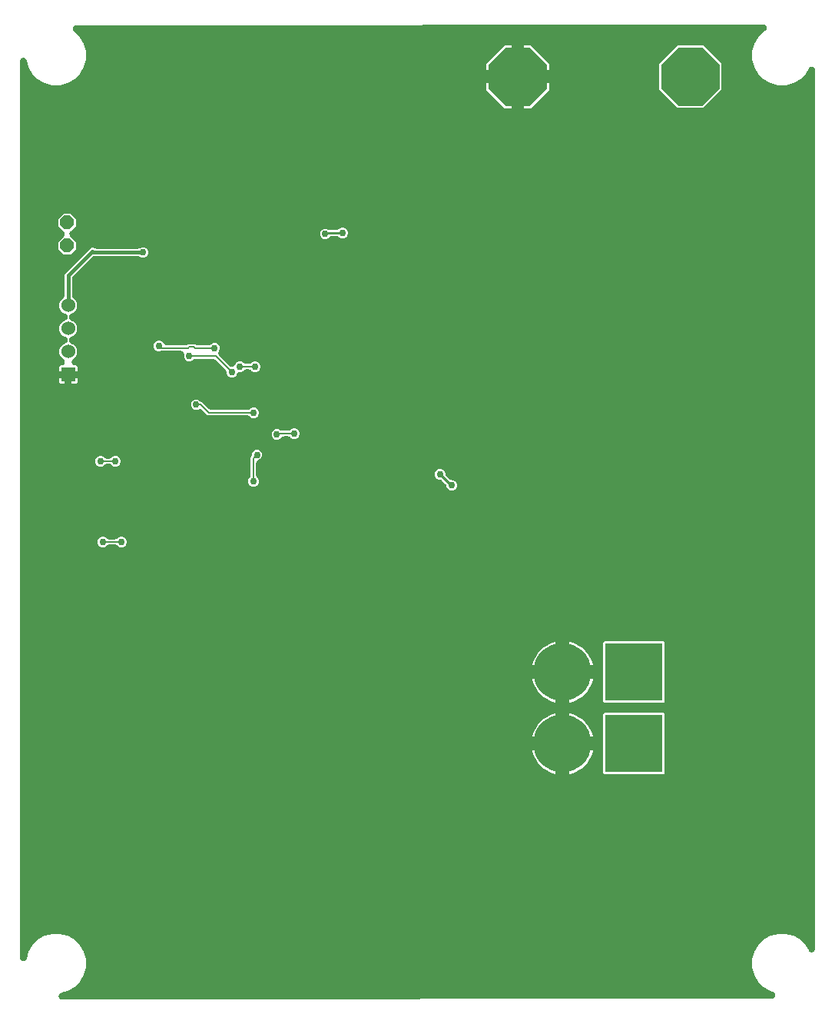
<source format=gbr>
G04 EAGLE Gerber X2 export*
%TF.Part,Single*%
%TF.FileFunction,Copper,L2,Bot,Mixed*%
%TF.FilePolarity,Positive*%
%TF.GenerationSoftware,Autodesk,EAGLE,9.1.3*%
%TF.CreationDate,2018-11-23T23:54:25Z*%
G75*
%MOMM*%
%FSLAX34Y34*%
%LPD*%
%AMOC8*
5,1,8,0,0,1.08239X$1,22.5*%
G01*
%ADD10P,6.983147X8X202.500000*%
%ADD11R,1.524000X1.524000*%
%ADD12C,1.524000*%
%ADD13R,6.350000X6.350000*%
%ADD14C,6.350000*%
%ADD15P,1.649562X8X112.500000*%
%ADD16C,0.756400*%
%ADD17C,0.254000*%
%ADD18C,0.406400*%
%ADD19C,0.203200*%
%ADD20C,0.152400*%

G36*
X839127Y11349D02*
X839127Y11349D01*
X839178Y11353D01*
X839229Y11351D01*
X839452Y11373D01*
X839677Y11390D01*
X839727Y11401D01*
X839778Y11406D01*
X839995Y11461D01*
X840216Y11510D01*
X840263Y11528D01*
X840313Y11540D01*
X840521Y11626D01*
X840731Y11706D01*
X840776Y11731D01*
X840823Y11750D01*
X841017Y11865D01*
X841213Y11975D01*
X841253Y12006D01*
X841297Y12032D01*
X841473Y12173D01*
X841651Y12310D01*
X841686Y12347D01*
X841726Y12379D01*
X841879Y12544D01*
X842036Y12705D01*
X842066Y12747D01*
X842100Y12784D01*
X842227Y12970D01*
X842360Y13152D01*
X842383Y13197D01*
X842412Y13239D01*
X842511Y13441D01*
X842615Y13641D01*
X842632Y13689D01*
X842655Y13735D01*
X842723Y13948D01*
X842798Y14161D01*
X842808Y14211D01*
X842823Y14260D01*
X842860Y14482D01*
X842904Y14703D01*
X842906Y14754D01*
X842914Y14804D01*
X842919Y15029D01*
X842930Y15254D01*
X842925Y15305D01*
X842926Y15355D01*
X842898Y15579D01*
X842876Y15803D01*
X842864Y15852D01*
X842857Y15903D01*
X842798Y16120D01*
X842743Y16338D01*
X842724Y16386D01*
X842711Y16435D01*
X842620Y16640D01*
X842535Y16849D01*
X842509Y16893D01*
X842489Y16940D01*
X842369Y17130D01*
X842255Y17325D01*
X842223Y17364D01*
X842196Y17407D01*
X842050Y17579D01*
X841909Y17754D01*
X841872Y17789D01*
X841839Y17828D01*
X841670Y17977D01*
X841505Y18130D01*
X841463Y18159D01*
X841425Y18192D01*
X841236Y18315D01*
X841051Y18443D01*
X841005Y18465D01*
X840962Y18493D01*
X840758Y18588D01*
X840556Y18687D01*
X840508Y18703D01*
X840461Y18724D01*
X840108Y18838D01*
X837393Y19565D01*
X829946Y23865D01*
X823865Y29946D01*
X819565Y37393D01*
X817339Y45700D01*
X817339Y54300D01*
X819565Y62607D01*
X823865Y70054D01*
X829946Y76135D01*
X837393Y80435D01*
X845700Y82661D01*
X854300Y82661D01*
X862607Y80435D01*
X870054Y76135D01*
X876135Y70054D01*
X879471Y64276D01*
X879531Y64188D01*
X879583Y64094D01*
X879686Y63959D01*
X879781Y63819D01*
X879853Y63740D01*
X879918Y63655D01*
X880039Y63537D01*
X880153Y63412D01*
X880236Y63345D01*
X880313Y63270D01*
X880449Y63171D01*
X880580Y63063D01*
X880672Y63008D01*
X880759Y62945D01*
X880909Y62867D01*
X881054Y62780D01*
X881153Y62739D01*
X881247Y62689D01*
X881407Y62633D01*
X881563Y62568D01*
X881667Y62541D01*
X881768Y62506D01*
X881933Y62473D01*
X882097Y62431D01*
X882204Y62420D01*
X882309Y62399D01*
X882478Y62391D01*
X882646Y62373D01*
X882753Y62378D01*
X882860Y62372D01*
X883028Y62389D01*
X883197Y62395D01*
X883303Y62415D01*
X883409Y62425D01*
X883573Y62466D01*
X883740Y62497D01*
X883841Y62532D01*
X883945Y62557D01*
X884101Y62621D01*
X884261Y62675D01*
X884357Y62724D01*
X884456Y62765D01*
X884602Y62850D01*
X884752Y62928D01*
X884839Y62990D01*
X884932Y63044D01*
X885064Y63150D01*
X885201Y63248D01*
X885278Y63322D01*
X885362Y63389D01*
X885478Y63513D01*
X885599Y63630D01*
X885665Y63714D01*
X885738Y63793D01*
X885834Y63932D01*
X885938Y64065D01*
X885991Y64159D01*
X886052Y64247D01*
X886127Y64398D01*
X886210Y64545D01*
X886249Y64645D01*
X886297Y64741D01*
X886349Y64902D01*
X886410Y65059D01*
X886435Y65164D01*
X886468Y65266D01*
X886496Y65432D01*
X886534Y65597D01*
X886543Y65703D01*
X886561Y65809D01*
X886575Y66101D01*
X886579Y66147D01*
X886578Y66160D01*
X886579Y66181D01*
X886579Y1033819D01*
X886571Y1033926D01*
X886573Y1034033D01*
X886552Y1034201D01*
X886539Y1034370D01*
X886516Y1034474D01*
X886502Y1034581D01*
X886457Y1034743D01*
X886420Y1034908D01*
X886382Y1035009D01*
X886353Y1035112D01*
X886285Y1035266D01*
X886225Y1035424D01*
X886173Y1035518D01*
X886129Y1035616D01*
X886039Y1035759D01*
X885957Y1035906D01*
X885892Y1035992D01*
X885834Y1036082D01*
X885725Y1036210D01*
X885622Y1036345D01*
X885545Y1036420D01*
X885475Y1036501D01*
X885348Y1036612D01*
X885227Y1036730D01*
X885141Y1036793D01*
X885060Y1036864D01*
X884917Y1036955D01*
X884781Y1037055D01*
X884686Y1037104D01*
X884596Y1037162D01*
X884442Y1037233D01*
X884293Y1037311D01*
X884192Y1037347D01*
X884094Y1037391D01*
X883932Y1037438D01*
X883772Y1037494D01*
X883667Y1037515D01*
X883564Y1037545D01*
X883397Y1037568D01*
X883231Y1037601D01*
X883124Y1037606D01*
X883018Y1037621D01*
X882849Y1037619D01*
X882680Y1037628D01*
X882573Y1037617D01*
X882466Y1037617D01*
X882299Y1037591D01*
X882131Y1037575D01*
X882027Y1037549D01*
X881921Y1037533D01*
X881759Y1037483D01*
X881595Y1037443D01*
X881496Y1037403D01*
X881393Y1037371D01*
X881241Y1037299D01*
X881084Y1037235D01*
X880992Y1037181D01*
X880895Y1037135D01*
X880754Y1037041D01*
X880608Y1036956D01*
X880525Y1036889D01*
X880435Y1036829D01*
X880310Y1036717D01*
X880178Y1036611D01*
X880105Y1036532D01*
X880025Y1036461D01*
X879917Y1036331D01*
X879802Y1036207D01*
X879741Y1036119D01*
X879672Y1036037D01*
X879515Y1035792D01*
X879488Y1035753D01*
X879482Y1035741D01*
X879471Y1035724D01*
X876135Y1029946D01*
X870054Y1023865D01*
X862607Y1019565D01*
X854300Y1017339D01*
X845700Y1017339D01*
X837393Y1019565D01*
X829946Y1023865D01*
X823865Y1029946D01*
X819565Y1037393D01*
X817339Y1045700D01*
X817339Y1054300D01*
X819565Y1062607D01*
X823865Y1070054D01*
X829946Y1076135D01*
X831628Y1077106D01*
X831719Y1077168D01*
X831815Y1077221D01*
X831946Y1077322D01*
X832084Y1077416D01*
X832166Y1077490D01*
X832253Y1077557D01*
X832368Y1077676D01*
X832491Y1077788D01*
X832561Y1077873D01*
X832637Y1077952D01*
X832735Y1078087D01*
X832840Y1078216D01*
X832897Y1078310D01*
X832961Y1078399D01*
X833038Y1078546D01*
X833124Y1078689D01*
X833166Y1078790D01*
X833217Y1078887D01*
X833272Y1079044D01*
X833336Y1079198D01*
X833363Y1079304D01*
X833400Y1079408D01*
X833431Y1079571D01*
X833473Y1079733D01*
X833484Y1079842D01*
X833505Y1079950D01*
X833513Y1080116D01*
X833530Y1080281D01*
X833526Y1080391D01*
X833531Y1080501D01*
X833515Y1080666D01*
X833508Y1080832D01*
X833488Y1080941D01*
X833478Y1081050D01*
X833438Y1081211D01*
X833407Y1081375D01*
X833371Y1081479D01*
X833345Y1081585D01*
X833282Y1081739D01*
X833228Y1081897D01*
X833178Y1081994D01*
X833137Y1082096D01*
X833052Y1082239D01*
X832976Y1082387D01*
X832912Y1082477D01*
X832857Y1082571D01*
X832752Y1082701D01*
X832656Y1082836D01*
X832580Y1082916D01*
X832511Y1083001D01*
X832389Y1083114D01*
X832274Y1083234D01*
X832187Y1083302D01*
X832107Y1083377D01*
X831970Y1083471D01*
X831838Y1083573D01*
X831743Y1083627D01*
X831652Y1083690D01*
X831503Y1083763D01*
X831359Y1083845D01*
X831256Y1083885D01*
X831158Y1083934D01*
X830999Y1083985D01*
X830844Y1084046D01*
X830738Y1084070D01*
X830633Y1084104D01*
X830469Y1084132D01*
X830307Y1084169D01*
X830197Y1084178D01*
X830089Y1084197D01*
X829807Y1084210D01*
X829757Y1084214D01*
X829742Y1084213D01*
X829718Y1084214D01*
X72130Y1083141D01*
X72026Y1083134D01*
X71921Y1083135D01*
X71751Y1083113D01*
X71580Y1083101D01*
X71478Y1083078D01*
X71374Y1083065D01*
X71209Y1083018D01*
X71041Y1082981D01*
X70944Y1082944D01*
X70843Y1082916D01*
X70686Y1082846D01*
X70526Y1082785D01*
X70434Y1082734D01*
X70339Y1082691D01*
X70194Y1082600D01*
X70044Y1082516D01*
X69961Y1082452D01*
X69872Y1082397D01*
X69742Y1082285D01*
X69606Y1082180D01*
X69533Y1082106D01*
X69454Y1082038D01*
X69341Y1081908D01*
X69221Y1081785D01*
X69160Y1081701D01*
X69091Y1081622D01*
X68998Y1081478D01*
X68897Y1081339D01*
X68849Y1081246D01*
X68792Y1081158D01*
X68721Y1081002D01*
X68641Y1080850D01*
X68607Y1080751D01*
X68563Y1080656D01*
X68516Y1080491D01*
X68459Y1080329D01*
X68439Y1080227D01*
X68410Y1080126D01*
X68386Y1079956D01*
X68353Y1079788D01*
X68348Y1079683D01*
X68334Y1079580D01*
X68335Y1079408D01*
X68327Y1079237D01*
X68337Y1079133D01*
X68338Y1079028D01*
X68364Y1078859D01*
X68381Y1078688D01*
X68406Y1078586D01*
X68422Y1078483D01*
X68472Y1078319D01*
X68513Y1078152D01*
X68553Y1078055D01*
X68583Y1077956D01*
X68657Y1077800D01*
X68722Y1077641D01*
X68775Y1077551D01*
X68819Y1077457D01*
X68915Y1077314D01*
X69002Y1077166D01*
X69067Y1077085D01*
X69125Y1076998D01*
X69240Y1076870D01*
X69348Y1076736D01*
X69424Y1076665D01*
X69494Y1076587D01*
X69626Y1076478D01*
X69752Y1076361D01*
X69838Y1076301D01*
X69918Y1076235D01*
X70021Y1076168D01*
X76135Y1070054D01*
X80435Y1062607D01*
X82661Y1054300D01*
X82661Y1045700D01*
X80435Y1037393D01*
X76135Y1029946D01*
X70054Y1023865D01*
X62607Y1019565D01*
X54300Y1017339D01*
X45700Y1017339D01*
X37393Y1019565D01*
X29946Y1023865D01*
X23865Y1029946D01*
X19565Y1037393D01*
X17649Y1044543D01*
X17632Y1044593D01*
X17620Y1044646D01*
X17541Y1044853D01*
X17468Y1045064D01*
X17444Y1045111D01*
X17425Y1045162D01*
X17317Y1045356D01*
X17214Y1045553D01*
X17183Y1045597D01*
X17157Y1045644D01*
X17022Y1045820D01*
X16892Y1046001D01*
X16854Y1046040D01*
X16822Y1046082D01*
X16663Y1046237D01*
X16508Y1046397D01*
X16465Y1046430D01*
X16427Y1046468D01*
X16248Y1046598D01*
X16071Y1046734D01*
X16024Y1046760D01*
X15981Y1046792D01*
X15784Y1046895D01*
X15590Y1047004D01*
X15540Y1047024D01*
X15493Y1047048D01*
X15283Y1047122D01*
X15075Y1047202D01*
X15023Y1047214D01*
X14972Y1047232D01*
X14754Y1047275D01*
X14537Y1047324D01*
X14483Y1047328D01*
X14431Y1047338D01*
X14209Y1047349D01*
X13987Y1047366D01*
X13933Y1047362D01*
X13880Y1047365D01*
X13659Y1047344D01*
X13437Y1047328D01*
X13384Y1047317D01*
X13331Y1047312D01*
X13115Y1047259D01*
X12897Y1047212D01*
X12847Y1047193D01*
X12795Y1047180D01*
X12589Y1047097D01*
X12381Y1047019D01*
X12334Y1046993D01*
X12284Y1046973D01*
X12092Y1046860D01*
X11897Y1046753D01*
X11855Y1046720D01*
X11808Y1046693D01*
X11634Y1046554D01*
X11457Y1046420D01*
X11420Y1046382D01*
X11378Y1046348D01*
X11226Y1046185D01*
X11070Y1046027D01*
X11039Y1045984D01*
X11002Y1045944D01*
X10875Y1045761D01*
X10744Y1045582D01*
X10719Y1045535D01*
X10688Y1045491D01*
X10589Y1045291D01*
X10485Y1045095D01*
X10467Y1045044D01*
X10443Y1044996D01*
X10374Y1044785D01*
X10299Y1044575D01*
X10289Y1044523D01*
X10272Y1044472D01*
X10235Y1044253D01*
X10191Y1044034D01*
X10188Y1043981D01*
X10179Y1043928D01*
X10161Y1043557D01*
X10161Y56443D01*
X10165Y56390D01*
X10162Y56336D01*
X10185Y56115D01*
X10201Y55893D01*
X10212Y55841D01*
X10218Y55787D01*
X10272Y55572D01*
X10320Y55354D01*
X10339Y55304D01*
X10352Y55252D01*
X10436Y55046D01*
X10515Y54838D01*
X10541Y54792D01*
X10562Y54742D01*
X10675Y54551D01*
X10783Y54356D01*
X10816Y54314D01*
X10843Y54268D01*
X10983Y54095D01*
X11118Y53918D01*
X11156Y53880D01*
X11190Y53839D01*
X11354Y53688D01*
X11513Y53532D01*
X11556Y53501D01*
X11596Y53465D01*
X11780Y53338D01*
X11959Y53208D01*
X12006Y53183D01*
X12051Y53153D01*
X12251Y53055D01*
X12447Y52952D01*
X12498Y52934D01*
X12546Y52910D01*
X12758Y52842D01*
X12968Y52768D01*
X13020Y52758D01*
X13071Y52741D01*
X13291Y52705D01*
X13509Y52662D01*
X13563Y52659D01*
X13616Y52651D01*
X13838Y52646D01*
X14060Y52635D01*
X14113Y52640D01*
X14167Y52639D01*
X14388Y52667D01*
X14609Y52688D01*
X14661Y52701D01*
X14715Y52707D01*
X14929Y52767D01*
X15145Y52820D01*
X15195Y52840D01*
X15246Y52854D01*
X15450Y52944D01*
X15656Y53027D01*
X15702Y53055D01*
X15751Y53076D01*
X15940Y53194D01*
X16132Y53307D01*
X16174Y53340D01*
X16219Y53369D01*
X16388Y53513D01*
X16562Y53652D01*
X16599Y53691D01*
X16640Y53726D01*
X16786Y53892D01*
X16938Y54056D01*
X16969Y54100D01*
X17004Y54140D01*
X17125Y54326D01*
X17252Y54509D01*
X17276Y54558D01*
X17305Y54602D01*
X17398Y54804D01*
X17497Y55004D01*
X17513Y55055D01*
X17536Y55103D01*
X17649Y55457D01*
X19565Y62607D01*
X23865Y70054D01*
X29946Y76135D01*
X37393Y80435D01*
X45700Y82661D01*
X54300Y82661D01*
X62607Y80435D01*
X70054Y76135D01*
X76135Y70054D01*
X80435Y62607D01*
X82661Y54300D01*
X82661Y45700D01*
X80435Y37393D01*
X76135Y29946D01*
X70054Y23865D01*
X62607Y19565D01*
X55757Y17730D01*
X55704Y17711D01*
X55649Y17699D01*
X55444Y17621D01*
X55236Y17549D01*
X55186Y17523D01*
X55134Y17503D01*
X54942Y17396D01*
X54747Y17294D01*
X54701Y17262D01*
X54652Y17234D01*
X54478Y17101D01*
X54299Y16972D01*
X54258Y16933D01*
X54214Y16899D01*
X54061Y16742D01*
X53903Y16588D01*
X53868Y16544D01*
X53829Y16503D01*
X53700Y16325D01*
X53566Y16151D01*
X53538Y16102D01*
X53505Y16057D01*
X53403Y15862D01*
X53296Y15670D01*
X53275Y15618D01*
X53249Y15568D01*
X53177Y15361D01*
X53098Y15155D01*
X53085Y15101D01*
X53067Y15047D01*
X53025Y14832D01*
X52976Y14617D01*
X52972Y14561D01*
X52961Y14506D01*
X52951Y14286D01*
X52934Y14067D01*
X52938Y14011D01*
X52935Y13955D01*
X52957Y13736D01*
X52972Y13517D01*
X52983Y13462D01*
X52989Y13406D01*
X53042Y13193D01*
X53088Y12978D01*
X53108Y12925D01*
X53121Y12870D01*
X53205Y12666D01*
X53281Y12461D01*
X53308Y12412D01*
X53330Y12359D01*
X53442Y12170D01*
X53547Y11978D01*
X53581Y11933D01*
X53610Y11884D01*
X53748Y11713D01*
X53880Y11538D01*
X53920Y11498D01*
X53956Y11454D01*
X54117Y11305D01*
X54273Y11151D01*
X54318Y11117D01*
X54360Y11079D01*
X54541Y10954D01*
X54718Y10824D01*
X54768Y10798D01*
X54814Y10766D01*
X55011Y10669D01*
X55205Y10565D01*
X55258Y10546D01*
X55309Y10522D01*
X55517Y10454D01*
X55725Y10380D01*
X55780Y10369D01*
X55833Y10351D01*
X56049Y10315D01*
X56266Y10271D01*
X56322Y10268D01*
X56377Y10259D01*
X56749Y10241D01*
X839127Y11349D01*
G37*
%LPC*%
G36*
X654478Y337057D02*
X654478Y337057D01*
X653287Y338248D01*
X653287Y403432D01*
X654478Y404623D01*
X719662Y404623D01*
X720853Y403432D01*
X720853Y338248D01*
X719662Y337057D01*
X654478Y337057D01*
G37*
%LPD*%
%LPC*%
G36*
X654478Y258317D02*
X654478Y258317D01*
X653287Y259508D01*
X653287Y324692D01*
X654478Y325883D01*
X719662Y325883D01*
X720853Y324692D01*
X720853Y259508D01*
X719662Y258317D01*
X654478Y258317D01*
G37*
%LPD*%
%LPC*%
G36*
X735096Y992509D02*
X735096Y992509D01*
X715009Y1012596D01*
X715009Y1041004D01*
X735096Y1061091D01*
X763504Y1061091D01*
X783591Y1041004D01*
X783591Y1012596D01*
X763504Y992509D01*
X735096Y992509D01*
G37*
%LPD*%
%LPC*%
G36*
X63500Y702309D02*
X63500Y702309D01*
X53339Y702309D01*
X53339Y706370D01*
X53437Y706861D01*
X53628Y707324D01*
X53907Y707740D01*
X54260Y708093D01*
X54676Y708372D01*
X55139Y708563D01*
X55630Y708661D01*
X55917Y708661D01*
X55998Y708667D01*
X56079Y708664D01*
X56272Y708687D01*
X56467Y708701D01*
X56547Y708718D01*
X56627Y708728D01*
X56815Y708778D01*
X57006Y708820D01*
X57082Y708849D01*
X57160Y708869D01*
X57339Y708946D01*
X57521Y709015D01*
X57593Y709055D01*
X57667Y709087D01*
X57833Y709189D01*
X58004Y709283D01*
X58068Y709333D01*
X58138Y709375D01*
X58287Y709500D01*
X58442Y709618D01*
X58499Y709676D01*
X58561Y709729D01*
X58692Y709874D01*
X58827Y710013D01*
X58875Y710079D01*
X58930Y710139D01*
X59038Y710302D01*
X59152Y710459D01*
X59190Y710531D01*
X59235Y710599D01*
X59318Y710775D01*
X59408Y710947D01*
X59435Y711024D01*
X59470Y711098D01*
X59527Y711284D01*
X59592Y711468D01*
X59607Y711547D01*
X59631Y711625D01*
X59661Y711819D01*
X59698Y712009D01*
X59702Y712090D01*
X59714Y712171D01*
X59715Y712366D01*
X59725Y712560D01*
X59717Y712641D01*
X59718Y712723D01*
X59691Y712916D01*
X59672Y713109D01*
X59653Y713188D01*
X59641Y713269D01*
X59587Y713456D01*
X59540Y713645D01*
X59510Y713720D01*
X59487Y713799D01*
X59406Y713975D01*
X59333Y714156D01*
X59291Y714226D01*
X59257Y714300D01*
X59152Y714464D01*
X59053Y714632D01*
X59002Y714695D01*
X58958Y714764D01*
X58830Y714910D01*
X58708Y715062D01*
X58648Y715118D01*
X58595Y715179D01*
X58447Y715305D01*
X58399Y715350D01*
X55317Y718432D01*
X53847Y721980D01*
X53847Y725820D01*
X55317Y729368D01*
X58032Y732083D01*
X60440Y733081D01*
X60584Y733153D01*
X60732Y733216D01*
X60830Y733276D01*
X60933Y733328D01*
X61065Y733420D01*
X61202Y733504D01*
X61291Y733578D01*
X61386Y733644D01*
X61502Y733754D01*
X61626Y733857D01*
X61703Y733943D01*
X61787Y734022D01*
X61887Y734148D01*
X61994Y734268D01*
X62059Y734364D01*
X62130Y734455D01*
X62211Y734593D01*
X62300Y734727D01*
X62349Y734832D01*
X62407Y734932D01*
X62467Y735081D01*
X62535Y735226D01*
X62569Y735337D01*
X62612Y735444D01*
X62650Y735600D01*
X62697Y735754D01*
X62714Y735868D01*
X62741Y735980D01*
X62756Y736140D01*
X62780Y736299D01*
X62781Y736415D01*
X62791Y736530D01*
X62783Y736690D01*
X62784Y736851D01*
X62768Y736965D01*
X62762Y737080D01*
X62730Y737238D01*
X62708Y737397D01*
X62675Y737508D01*
X62652Y737621D01*
X62598Y737772D01*
X62553Y737927D01*
X62505Y738032D01*
X62466Y738141D01*
X62391Y738283D01*
X62324Y738429D01*
X62262Y738525D01*
X62207Y738628D01*
X62112Y738757D01*
X62025Y738892D01*
X61949Y738979D01*
X61881Y739072D01*
X61768Y739187D01*
X61662Y739307D01*
X61575Y739382D01*
X61493Y739465D01*
X61365Y739562D01*
X61243Y739666D01*
X61146Y739728D01*
X61053Y739797D01*
X60912Y739875D01*
X60776Y739960D01*
X60631Y740029D01*
X60570Y740063D01*
X60522Y740081D01*
X60440Y740119D01*
X58032Y741117D01*
X55317Y743832D01*
X53847Y747380D01*
X53847Y751220D01*
X55317Y754768D01*
X58032Y757483D01*
X60440Y758481D01*
X60584Y758553D01*
X60732Y758616D01*
X60830Y758676D01*
X60933Y758728D01*
X61065Y758820D01*
X61202Y758904D01*
X61291Y758978D01*
X61386Y759044D01*
X61502Y759154D01*
X61626Y759257D01*
X61703Y759343D01*
X61787Y759422D01*
X61887Y759548D01*
X61994Y759668D01*
X62058Y759764D01*
X62130Y759854D01*
X62211Y759993D01*
X62300Y760127D01*
X62349Y760232D01*
X62407Y760332D01*
X62467Y760481D01*
X62535Y760626D01*
X62569Y760736D01*
X62612Y760844D01*
X62650Y761000D01*
X62697Y761153D01*
X62714Y761268D01*
X62741Y761380D01*
X62756Y761540D01*
X62780Y761699D01*
X62781Y761814D01*
X62791Y761930D01*
X62783Y762090D01*
X62784Y762250D01*
X62768Y762365D01*
X62762Y762480D01*
X62730Y762638D01*
X62708Y762797D01*
X62675Y762908D01*
X62652Y763021D01*
X62598Y763172D01*
X62553Y763327D01*
X62505Y763432D01*
X62466Y763541D01*
X62391Y763682D01*
X62324Y763828D01*
X62262Y763926D01*
X62207Y764028D01*
X62112Y764157D01*
X62025Y764292D01*
X61949Y764379D01*
X61881Y764472D01*
X61768Y764586D01*
X61662Y764707D01*
X61574Y764783D01*
X61493Y764865D01*
X61365Y764962D01*
X61243Y765066D01*
X61145Y765128D01*
X61053Y765197D01*
X60912Y765275D01*
X60777Y765360D01*
X60631Y765429D01*
X60570Y765463D01*
X60522Y765481D01*
X60440Y765519D01*
X58032Y766517D01*
X55317Y769232D01*
X53847Y772780D01*
X53847Y776620D01*
X55317Y780168D01*
X58320Y783171D01*
X58453Y783325D01*
X58594Y783477D01*
X58634Y783535D01*
X58680Y783588D01*
X58791Y783761D01*
X58908Y783930D01*
X58939Y783994D01*
X58977Y784053D01*
X59061Y784240D01*
X59153Y784425D01*
X59175Y784492D01*
X59204Y784556D01*
X59260Y784754D01*
X59324Y784949D01*
X59336Y785019D01*
X59355Y785086D01*
X59382Y785290D01*
X59417Y785493D01*
X59422Y785583D01*
X59428Y785633D01*
X59427Y785704D01*
X59435Y785864D01*
X59435Y808529D01*
X60054Y810023D01*
X87867Y837836D01*
X89361Y838455D01*
X90979Y838455D01*
X92762Y837716D01*
X92768Y837712D01*
X92831Y837681D01*
X92890Y837643D01*
X93078Y837559D01*
X93262Y837467D01*
X93329Y837445D01*
X93393Y837416D01*
X93591Y837360D01*
X93787Y837296D01*
X93856Y837284D01*
X93924Y837265D01*
X94128Y837238D01*
X94330Y837203D01*
X94420Y837198D01*
X94471Y837192D01*
X94541Y837193D01*
X94702Y837185D01*
X140314Y837185D01*
X140519Y837200D01*
X140724Y837207D01*
X140793Y837220D01*
X140864Y837225D01*
X141065Y837269D01*
X141267Y837306D01*
X141334Y837328D01*
X141403Y837344D01*
X141595Y837417D01*
X141790Y837482D01*
X141853Y837514D01*
X141918Y837539D01*
X142098Y837639D01*
X142281Y837732D01*
X142339Y837773D01*
X142401Y837807D01*
X142564Y837932D01*
X142693Y838023D01*
X144893Y838935D01*
X147207Y838935D01*
X149344Y838050D01*
X150980Y836414D01*
X151865Y834277D01*
X151865Y831963D01*
X150980Y829826D01*
X149344Y828190D01*
X147207Y827305D01*
X144893Y827305D01*
X142703Y828213D01*
X142701Y828214D01*
X142643Y828254D01*
X142590Y828300D01*
X142417Y828411D01*
X142247Y828528D01*
X142184Y828559D01*
X142125Y828597D01*
X141937Y828681D01*
X141753Y828773D01*
X141686Y828795D01*
X141622Y828824D01*
X141424Y828880D01*
X141229Y828944D01*
X141159Y828956D01*
X141091Y828975D01*
X140888Y829002D01*
X140685Y829037D01*
X140595Y829042D01*
X140544Y829048D01*
X140474Y829047D01*
X140314Y829055D01*
X92162Y829055D01*
X91956Y829040D01*
X91751Y829033D01*
X91682Y829020D01*
X91611Y829015D01*
X91410Y828971D01*
X91208Y828934D01*
X91142Y828912D01*
X91073Y828896D01*
X90880Y828823D01*
X90686Y828758D01*
X90623Y828726D01*
X90557Y828701D01*
X90377Y828601D01*
X90194Y828508D01*
X90136Y828467D01*
X90075Y828433D01*
X89911Y828308D01*
X89743Y828189D01*
X89676Y828129D01*
X89636Y828098D01*
X89587Y828047D01*
X89468Y827940D01*
X68680Y807152D01*
X68547Y806997D01*
X68406Y806846D01*
X68366Y806788D01*
X68320Y806735D01*
X68209Y806562D01*
X68092Y806392D01*
X68061Y806329D01*
X68023Y806270D01*
X67939Y806082D01*
X67847Y805898D01*
X67825Y805831D01*
X67796Y805767D01*
X67740Y805569D01*
X67676Y805373D01*
X67664Y805304D01*
X67645Y805236D01*
X67618Y805032D01*
X67583Y804830D01*
X67578Y804740D01*
X67572Y804689D01*
X67573Y804619D01*
X67565Y804458D01*
X67565Y785864D01*
X67580Y785659D01*
X67587Y785454D01*
X67600Y785384D01*
X67605Y785314D01*
X67649Y785113D01*
X67686Y784911D01*
X67708Y784844D01*
X67724Y784775D01*
X67797Y784583D01*
X67862Y784388D01*
X67894Y784325D01*
X67919Y784259D01*
X68019Y784080D01*
X68112Y783896D01*
X68153Y783839D01*
X68187Y783777D01*
X68312Y783614D01*
X68431Y783446D01*
X68491Y783379D01*
X68522Y783339D01*
X68573Y783290D01*
X68680Y783171D01*
X71683Y780168D01*
X73153Y776620D01*
X73153Y772780D01*
X71683Y769232D01*
X68968Y766517D01*
X66560Y765519D01*
X66416Y765447D01*
X66268Y765384D01*
X66170Y765324D01*
X66067Y765272D01*
X65935Y765180D01*
X65798Y765096D01*
X65709Y765022D01*
X65614Y764956D01*
X65498Y764846D01*
X65374Y764743D01*
X65297Y764657D01*
X65213Y764578D01*
X65113Y764452D01*
X65006Y764332D01*
X64941Y764236D01*
X64870Y764145D01*
X64789Y764007D01*
X64700Y763873D01*
X64651Y763768D01*
X64593Y763668D01*
X64533Y763519D01*
X64465Y763374D01*
X64431Y763263D01*
X64388Y763156D01*
X64350Y763000D01*
X64303Y762846D01*
X64286Y762732D01*
X64259Y762620D01*
X64244Y762460D01*
X64220Y762301D01*
X64219Y762185D01*
X64209Y762070D01*
X64217Y761910D01*
X64216Y761749D01*
X64232Y761635D01*
X64238Y761520D01*
X64270Y761362D01*
X64292Y761203D01*
X64325Y761092D01*
X64348Y760979D01*
X64402Y760828D01*
X64447Y760673D01*
X64495Y760568D01*
X64534Y760459D01*
X64609Y760317D01*
X64676Y760171D01*
X64738Y760075D01*
X64793Y759972D01*
X64888Y759843D01*
X64975Y759708D01*
X65051Y759621D01*
X65119Y759528D01*
X65232Y759413D01*
X65338Y759293D01*
X65425Y759218D01*
X65507Y759135D01*
X65635Y759038D01*
X65757Y758934D01*
X65854Y758872D01*
X65947Y758803D01*
X66088Y758725D01*
X66224Y758640D01*
X66369Y758571D01*
X66430Y758537D01*
X66478Y758519D01*
X66560Y758481D01*
X68968Y757483D01*
X71683Y754768D01*
X73153Y751220D01*
X73153Y747380D01*
X71683Y743832D01*
X68968Y741117D01*
X66560Y740119D01*
X66416Y740047D01*
X66268Y739984D01*
X66170Y739924D01*
X66067Y739872D01*
X65935Y739780D01*
X65798Y739696D01*
X65709Y739622D01*
X65614Y739556D01*
X65498Y739446D01*
X65374Y739343D01*
X65297Y739257D01*
X65213Y739178D01*
X65113Y739052D01*
X65006Y738932D01*
X64942Y738836D01*
X64870Y738746D01*
X64789Y738607D01*
X64700Y738473D01*
X64651Y738368D01*
X64593Y738268D01*
X64533Y738119D01*
X64465Y737974D01*
X64431Y737864D01*
X64388Y737756D01*
X64350Y737600D01*
X64303Y737447D01*
X64286Y737332D01*
X64259Y737220D01*
X64244Y737060D01*
X64220Y736901D01*
X64219Y736786D01*
X64209Y736670D01*
X64217Y736510D01*
X64216Y736350D01*
X64232Y736235D01*
X64238Y736120D01*
X64270Y735962D01*
X64292Y735803D01*
X64325Y735692D01*
X64348Y735579D01*
X64402Y735428D01*
X64447Y735273D01*
X64495Y735168D01*
X64534Y735059D01*
X64609Y734918D01*
X64676Y734772D01*
X64738Y734674D01*
X64793Y734572D01*
X64888Y734443D01*
X64975Y734308D01*
X65051Y734221D01*
X65119Y734128D01*
X65232Y734014D01*
X65338Y733893D01*
X65426Y733817D01*
X65507Y733735D01*
X65635Y733638D01*
X65757Y733534D01*
X65855Y733472D01*
X65947Y733403D01*
X66088Y733325D01*
X66223Y733240D01*
X66369Y733171D01*
X66430Y733137D01*
X66478Y733119D01*
X66560Y733081D01*
X68968Y732083D01*
X71683Y729368D01*
X73153Y725820D01*
X73153Y721980D01*
X71683Y718432D01*
X68621Y715370D01*
X68558Y715322D01*
X68422Y715182D01*
X68280Y715049D01*
X68229Y714985D01*
X68173Y714927D01*
X68058Y714770D01*
X67937Y714617D01*
X67896Y714547D01*
X67848Y714481D01*
X67758Y714309D01*
X67660Y714140D01*
X67629Y714064D01*
X67592Y713993D01*
X67527Y713809D01*
X67454Y713628D01*
X67435Y713549D01*
X67408Y713472D01*
X67371Y713281D01*
X67325Y713092D01*
X67318Y713011D01*
X67302Y712931D01*
X67293Y712737D01*
X67275Y712542D01*
X67279Y712461D01*
X67275Y712380D01*
X67294Y712186D01*
X67304Y711992D01*
X67320Y711912D01*
X67328Y711831D01*
X67375Y711642D01*
X67413Y711451D01*
X67440Y711374D01*
X67460Y711295D01*
X67533Y711115D01*
X67599Y710931D01*
X67637Y710859D01*
X67667Y710784D01*
X67766Y710616D01*
X67857Y710444D01*
X67906Y710378D01*
X67947Y710308D01*
X68069Y710156D01*
X68184Y709999D01*
X68241Y709942D01*
X68292Y709878D01*
X68435Y709745D01*
X68571Y709606D01*
X68636Y709557D01*
X68696Y709502D01*
X68856Y709391D01*
X69011Y709274D01*
X69082Y709235D01*
X69149Y709188D01*
X69324Y709101D01*
X69495Y709008D01*
X69571Y708979D01*
X69644Y708943D01*
X69829Y708883D01*
X70011Y708815D01*
X70091Y708797D01*
X70168Y708772D01*
X70360Y708739D01*
X70551Y708698D01*
X70632Y708693D01*
X70712Y708679D01*
X71083Y708661D01*
X71370Y708661D01*
X71861Y708563D01*
X72324Y708372D01*
X72740Y708093D01*
X73093Y707740D01*
X73372Y707324D01*
X73563Y706861D01*
X73661Y706370D01*
X73661Y702309D01*
X63500Y702309D01*
X63500Y702309D01*
G37*
%LPD*%
%LPC*%
G36*
X242683Y695225D02*
X242683Y695225D01*
X240546Y696110D01*
X238910Y697746D01*
X238025Y699883D01*
X238025Y700965D01*
X238010Y701170D01*
X238003Y701376D01*
X237990Y701445D01*
X237985Y701516D01*
X237941Y701717D01*
X237904Y701919D01*
X237882Y701985D01*
X237866Y702054D01*
X237793Y702246D01*
X237728Y702441D01*
X237696Y702504D01*
X237671Y702570D01*
X237571Y702750D01*
X237478Y702933D01*
X237437Y702991D01*
X237403Y703052D01*
X237278Y703216D01*
X237159Y703384D01*
X237099Y703450D01*
X237068Y703491D01*
X237017Y703540D01*
X236910Y703659D01*
X225913Y714656D01*
X225758Y714789D01*
X225607Y714930D01*
X225549Y714970D01*
X225496Y715016D01*
X225322Y715127D01*
X225153Y715244D01*
X225090Y715275D01*
X225031Y715313D01*
X224843Y715397D01*
X224659Y715489D01*
X224592Y715511D01*
X224527Y715540D01*
X224330Y715596D01*
X224134Y715660D01*
X224065Y715672D01*
X223997Y715691D01*
X223793Y715718D01*
X223591Y715753D01*
X223500Y715758D01*
X223450Y715764D01*
X223380Y715763D01*
X223219Y715771D01*
X203602Y715771D01*
X203397Y715756D01*
X203192Y715749D01*
X203123Y715736D01*
X203052Y715731D01*
X202851Y715687D01*
X202649Y715650D01*
X202582Y715628D01*
X202513Y715612D01*
X202321Y715539D01*
X202126Y715474D01*
X202063Y715442D01*
X201998Y715417D01*
X201818Y715317D01*
X201635Y715224D01*
X201577Y715183D01*
X201515Y715149D01*
X201352Y715024D01*
X201184Y714905D01*
X201117Y714845D01*
X201077Y714814D01*
X201028Y714763D01*
X200909Y714656D01*
X200144Y713890D01*
X198007Y713005D01*
X195693Y713005D01*
X193556Y713890D01*
X191920Y715526D01*
X191035Y717663D01*
X191035Y720257D01*
X191067Y720416D01*
X191068Y720452D01*
X191074Y720486D01*
X191082Y720727D01*
X191093Y720967D01*
X191090Y721003D01*
X191091Y721038D01*
X191064Y721277D01*
X191040Y721517D01*
X191032Y721551D01*
X191028Y721586D01*
X190966Y721819D01*
X190909Y722052D01*
X190895Y722085D01*
X190886Y722119D01*
X190792Y722340D01*
X190701Y722563D01*
X190683Y722594D01*
X190669Y722626D01*
X190544Y722832D01*
X190422Y723039D01*
X190400Y723067D01*
X190381Y723097D01*
X190227Y723281D01*
X190077Y723469D01*
X190051Y723494D01*
X190028Y723521D01*
X189850Y723681D01*
X189673Y723845D01*
X189644Y723866D01*
X189618Y723889D01*
X189418Y724022D01*
X189219Y724159D01*
X189187Y724175D01*
X189158Y724194D01*
X188941Y724297D01*
X188725Y724404D01*
X188691Y724415D01*
X188659Y724430D01*
X188429Y724500D01*
X188200Y724575D01*
X188166Y724581D01*
X188132Y724591D01*
X187894Y724628D01*
X187657Y724668D01*
X187613Y724671D01*
X187587Y724675D01*
X187521Y724675D01*
X187285Y724687D01*
X166037Y724687D01*
X166027Y724686D01*
X166017Y724687D01*
X165754Y724666D01*
X165487Y724647D01*
X165477Y724645D01*
X165467Y724644D01*
X165210Y724586D01*
X164948Y724528D01*
X164939Y724524D01*
X164929Y724522D01*
X164609Y724407D01*
X162291Y724407D01*
X160154Y725292D01*
X158519Y726928D01*
X157633Y729065D01*
X157633Y731379D01*
X158519Y733516D01*
X160154Y735152D01*
X162291Y736037D01*
X164605Y736037D01*
X166742Y735152D01*
X168378Y733516D01*
X168535Y733136D01*
X168591Y733024D01*
X168639Y732907D01*
X168715Y732777D01*
X168783Y732643D01*
X168854Y732540D01*
X168918Y732432D01*
X169012Y732314D01*
X169099Y732190D01*
X169185Y732099D01*
X169263Y732001D01*
X169374Y731898D01*
X169477Y731789D01*
X169575Y731711D01*
X169667Y731625D01*
X169791Y731539D01*
X169909Y731446D01*
X170017Y731383D01*
X170121Y731311D01*
X170256Y731245D01*
X170386Y731169D01*
X170502Y731122D01*
X170615Y731067D01*
X170758Y731020D01*
X170898Y730964D01*
X171020Y730934D01*
X171139Y730896D01*
X171288Y730870D01*
X171435Y730835D01*
X171559Y730823D01*
X171683Y730802D01*
X171918Y730791D01*
X171984Y730785D01*
X172011Y730786D01*
X172054Y730784D01*
X192714Y730784D01*
X192919Y730799D01*
X193124Y730806D01*
X193194Y730819D01*
X193264Y730824D01*
X193465Y730868D01*
X193667Y730905D01*
X193734Y730928D01*
X193803Y730943D01*
X193995Y731016D01*
X194190Y731082D01*
X194253Y731114D01*
X194319Y731139D01*
X194498Y731238D01*
X194682Y731332D01*
X194739Y731372D01*
X194801Y731407D01*
X194884Y731470D01*
X196165Y732001D01*
X202615Y732001D01*
X203900Y731468D01*
X203963Y731429D01*
X204132Y731311D01*
X204195Y731280D01*
X204255Y731242D01*
X204442Y731158D01*
X204626Y731067D01*
X204694Y731045D01*
X204758Y731016D01*
X204956Y730959D01*
X205151Y730896D01*
X205220Y730884D01*
X205288Y730864D01*
X205492Y730837D01*
X205695Y730802D01*
X205785Y730798D01*
X205835Y730791D01*
X205906Y730792D01*
X206066Y730784D01*
X218063Y730784D01*
X218268Y730799D01*
X218474Y730806D01*
X218543Y730819D01*
X218613Y730824D01*
X218814Y730868D01*
X219016Y730905D01*
X219083Y730928D01*
X219152Y730943D01*
X219344Y731016D01*
X219539Y731082D01*
X219602Y731114D01*
X219668Y731139D01*
X219848Y731239D01*
X220031Y731332D01*
X220088Y731372D01*
X220150Y731407D01*
X220313Y731531D01*
X220481Y731650D01*
X220548Y731711D01*
X220588Y731741D01*
X220637Y731792D01*
X220757Y731900D01*
X221522Y732665D01*
X223659Y733550D01*
X225972Y733550D01*
X228109Y732665D01*
X229745Y731029D01*
X230630Y728892D01*
X230630Y726579D01*
X229720Y724383D01*
X229580Y724221D01*
X229556Y724183D01*
X229527Y724147D01*
X229407Y723950D01*
X229283Y723755D01*
X229265Y723714D01*
X229241Y723676D01*
X229152Y723463D01*
X229057Y723252D01*
X229045Y723209D01*
X229027Y723167D01*
X228969Y722945D01*
X228905Y722722D01*
X228899Y722677D01*
X228888Y722633D01*
X228863Y722404D01*
X228832Y722175D01*
X228833Y722130D01*
X228828Y722085D01*
X228836Y721855D01*
X228839Y721624D01*
X228846Y721579D01*
X228847Y721534D01*
X228889Y721307D01*
X228925Y721079D01*
X228938Y721035D01*
X228946Y720991D01*
X229020Y720773D01*
X229089Y720552D01*
X229108Y720511D01*
X229123Y720468D01*
X229227Y720263D01*
X229327Y720054D01*
X229352Y720017D01*
X229373Y719976D01*
X229506Y719788D01*
X229635Y719596D01*
X229665Y719563D01*
X229691Y719526D01*
X229941Y719251D01*
X241048Y708144D01*
X241230Y707987D01*
X241409Y707826D01*
X241438Y707806D01*
X241465Y707783D01*
X241668Y707653D01*
X241868Y707520D01*
X241900Y707505D01*
X241930Y707486D01*
X242150Y707388D01*
X242367Y707285D01*
X242401Y707274D01*
X242433Y707260D01*
X242664Y707194D01*
X242895Y707124D01*
X242930Y707118D01*
X242963Y707109D01*
X243202Y707077D01*
X243440Y707040D01*
X243475Y707040D01*
X243510Y707035D01*
X243751Y707038D01*
X243992Y707037D01*
X244027Y707041D01*
X244062Y707042D01*
X244300Y707079D01*
X244538Y707113D01*
X244572Y707122D01*
X244607Y707128D01*
X244836Y707199D01*
X245068Y707267D01*
X245100Y707282D01*
X245134Y707292D01*
X245350Y707396D01*
X245570Y707496D01*
X245599Y707515D01*
X245631Y707530D01*
X245832Y707665D01*
X246033Y707795D01*
X246060Y707818D01*
X246089Y707838D01*
X246267Y708000D01*
X246449Y708158D01*
X246472Y708185D01*
X246498Y708208D01*
X246651Y708394D01*
X246807Y708577D01*
X246826Y708607D01*
X246848Y708634D01*
X246973Y708840D01*
X247102Y709044D01*
X247120Y709083D01*
X247134Y709106D01*
X247160Y709167D01*
X247260Y709380D01*
X247801Y710684D01*
X249436Y712320D01*
X251573Y713205D01*
X253887Y713205D01*
X256024Y712320D01*
X256789Y711554D01*
X256944Y711421D01*
X257095Y711280D01*
X257153Y711240D01*
X257206Y711194D01*
X257379Y711083D01*
X257549Y710966D01*
X257612Y710935D01*
X257671Y710897D01*
X257859Y710813D01*
X258043Y710721D01*
X258110Y710699D01*
X258174Y710670D01*
X258372Y710614D01*
X258567Y710550D01*
X258637Y710538D01*
X258705Y710519D01*
X258908Y710492D01*
X259111Y710457D01*
X259201Y710452D01*
X259252Y710446D01*
X259322Y710447D01*
X259482Y710439D01*
X262580Y710439D01*
X262785Y710454D01*
X262990Y710461D01*
X263059Y710474D01*
X263130Y710479D01*
X263331Y710523D01*
X263533Y710560D01*
X263600Y710582D01*
X263669Y710598D01*
X263861Y710671D01*
X264056Y710736D01*
X264119Y710768D01*
X264184Y710793D01*
X264364Y710893D01*
X264547Y710986D01*
X264605Y711027D01*
X264667Y711061D01*
X264830Y711186D01*
X264998Y711305D01*
X265065Y711365D01*
X265105Y711396D01*
X265154Y711447D01*
X265273Y711554D01*
X266038Y712320D01*
X268175Y713205D01*
X270489Y713205D01*
X272626Y712320D01*
X274262Y710684D01*
X275147Y708547D01*
X275147Y706233D01*
X274262Y704096D01*
X272626Y702460D01*
X270489Y701575D01*
X268175Y701575D01*
X266038Y702460D01*
X265273Y703226D01*
X265118Y703359D01*
X264967Y703500D01*
X264909Y703540D01*
X264856Y703586D01*
X264683Y703697D01*
X264513Y703814D01*
X264450Y703845D01*
X264391Y703883D01*
X264203Y703967D01*
X264019Y704059D01*
X263952Y704081D01*
X263888Y704110D01*
X263690Y704166D01*
X263495Y704230D01*
X263425Y704242D01*
X263357Y704261D01*
X263154Y704288D01*
X262951Y704323D01*
X262861Y704328D01*
X262810Y704334D01*
X262740Y704333D01*
X262580Y704341D01*
X259482Y704341D01*
X259277Y704326D01*
X259072Y704319D01*
X259003Y704306D01*
X258932Y704301D01*
X258731Y704257D01*
X258529Y704220D01*
X258462Y704198D01*
X258393Y704182D01*
X258201Y704109D01*
X258006Y704044D01*
X257943Y704012D01*
X257878Y703987D01*
X257698Y703887D01*
X257515Y703794D01*
X257457Y703753D01*
X257395Y703719D01*
X257232Y703594D01*
X257064Y703475D01*
X256997Y703415D01*
X256957Y703384D01*
X256908Y703333D01*
X256789Y703226D01*
X256024Y702460D01*
X253887Y701575D01*
X252901Y701575D01*
X252776Y701566D01*
X252650Y701567D01*
X252501Y701546D01*
X252351Y701535D01*
X252228Y701508D01*
X252104Y701491D01*
X251959Y701449D01*
X251812Y701416D01*
X251695Y701372D01*
X251574Y701337D01*
X251437Y701274D01*
X251296Y701221D01*
X251187Y701160D01*
X251072Y701108D01*
X250946Y701026D01*
X250814Y700953D01*
X250714Y700877D01*
X250609Y700809D01*
X250495Y700709D01*
X250375Y700618D01*
X250288Y700528D01*
X250193Y700446D01*
X250095Y700331D01*
X249990Y700223D01*
X249916Y700122D01*
X249835Y700026D01*
X249754Y699899D01*
X249666Y699777D01*
X249607Y699666D01*
X249540Y699560D01*
X249440Y699347D01*
X249409Y699289D01*
X249400Y699263D01*
X249382Y699224D01*
X248770Y697746D01*
X247134Y696110D01*
X244997Y695225D01*
X242683Y695225D01*
G37*
%LPD*%
%LPC*%
G36*
X58232Y831087D02*
X58232Y831087D01*
X52577Y836742D01*
X52577Y844738D01*
X58585Y850746D01*
X58615Y850781D01*
X58648Y850811D01*
X58795Y850989D01*
X58946Y851164D01*
X58971Y851202D01*
X58999Y851237D01*
X59119Y851434D01*
X59243Y851629D01*
X59262Y851670D01*
X59285Y851709D01*
X59374Y851921D01*
X59469Y852132D01*
X59482Y852175D01*
X59499Y852217D01*
X59557Y852440D01*
X59621Y852662D01*
X59627Y852707D01*
X59638Y852751D01*
X59663Y852980D01*
X59694Y853209D01*
X59694Y853254D01*
X59699Y853299D01*
X59690Y853530D01*
X59688Y853761D01*
X59681Y853805D01*
X59679Y853850D01*
X59638Y854077D01*
X59601Y854306D01*
X59588Y854349D01*
X59580Y854393D01*
X59506Y854612D01*
X59438Y854832D01*
X59418Y854873D01*
X59404Y854916D01*
X59299Y855122D01*
X59199Y855330D01*
X59174Y855367D01*
X59154Y855408D01*
X59020Y855597D01*
X58892Y855788D01*
X58861Y855821D01*
X58835Y855858D01*
X58585Y856134D01*
X52577Y862142D01*
X52577Y870138D01*
X58232Y875793D01*
X66228Y875793D01*
X71883Y870138D01*
X71883Y862142D01*
X65875Y856134D01*
X65845Y856100D01*
X65812Y856069D01*
X65664Y855890D01*
X65514Y855716D01*
X65489Y855678D01*
X65461Y855643D01*
X65341Y855446D01*
X65217Y855251D01*
X65198Y855210D01*
X65175Y855171D01*
X65085Y854959D01*
X64991Y854748D01*
X64978Y854705D01*
X64961Y854663D01*
X64903Y854440D01*
X64839Y854218D01*
X64833Y854173D01*
X64822Y854129D01*
X64797Y853900D01*
X64766Y853671D01*
X64766Y853626D01*
X64761Y853581D01*
X64770Y853350D01*
X64772Y853119D01*
X64779Y853075D01*
X64781Y853029D01*
X64822Y852803D01*
X64859Y852574D01*
X64872Y852531D01*
X64880Y852487D01*
X64954Y852269D01*
X65022Y852048D01*
X65042Y852007D01*
X65056Y851964D01*
X65161Y851759D01*
X65261Y851550D01*
X65286Y851512D01*
X65306Y851472D01*
X65439Y851284D01*
X65568Y851092D01*
X65599Y851059D01*
X65625Y851022D01*
X65875Y850746D01*
X71883Y844738D01*
X71883Y836742D01*
X66228Y831087D01*
X58232Y831087D01*
G37*
%LPD*%
%LPC*%
G36*
X565784Y1033784D02*
X565784Y1033784D01*
X565784Y1061599D01*
X573214Y1061599D01*
X593599Y1041214D01*
X593599Y1033784D01*
X565784Y1033784D01*
G37*
%LPD*%
%LPC*%
G36*
X524001Y1033784D02*
X524001Y1033784D01*
X524001Y1041214D01*
X544386Y1061599D01*
X551816Y1061599D01*
X551816Y1033784D01*
X524001Y1033784D01*
G37*
%LPD*%
%LPC*%
G36*
X565784Y992001D02*
X565784Y992001D01*
X565784Y1019816D01*
X593599Y1019816D01*
X593599Y1012386D01*
X573214Y992001D01*
X565784Y992001D01*
G37*
%LPD*%
%LPC*%
G36*
X544386Y992001D02*
X544386Y992001D01*
X524001Y1012386D01*
X524001Y1019816D01*
X551816Y1019816D01*
X551816Y992001D01*
X544386Y992001D01*
G37*
%LPD*%
%LPC*%
G36*
X266813Y650775D02*
X266813Y650775D01*
X264676Y651660D01*
X263911Y652426D01*
X263756Y652559D01*
X263605Y652700D01*
X263547Y652740D01*
X263494Y652786D01*
X263321Y652897D01*
X263151Y653014D01*
X263088Y653045D01*
X263029Y653083D01*
X262841Y653167D01*
X262657Y653259D01*
X262590Y653281D01*
X262526Y653310D01*
X262328Y653366D01*
X262133Y653430D01*
X262063Y653442D01*
X261995Y653461D01*
X261792Y653488D01*
X261589Y653523D01*
X261499Y653528D01*
X261448Y653534D01*
X261378Y653533D01*
X261218Y653541D01*
X217834Y653541D01*
X216713Y654005D01*
X215320Y655398D01*
X215320Y655399D01*
X211264Y659455D01*
X211169Y659537D01*
X211081Y659626D01*
X210960Y659717D01*
X210846Y659816D01*
X210741Y659883D01*
X210640Y659959D01*
X210508Y660031D01*
X210381Y660112D01*
X210267Y660164D01*
X210157Y660224D01*
X210016Y660277D01*
X209878Y660339D01*
X209757Y660373D01*
X209640Y660417D01*
X209493Y660449D01*
X209348Y660490D01*
X209223Y660507D01*
X209101Y660533D01*
X208950Y660544D01*
X208801Y660564D01*
X208675Y660562D01*
X208550Y660571D01*
X208400Y660559D01*
X208249Y660557D01*
X208125Y660537D01*
X208000Y660528D01*
X207853Y660494D01*
X207704Y660471D01*
X207585Y660434D01*
X207462Y660406D01*
X207241Y660327D01*
X207178Y660307D01*
X207153Y660295D01*
X207112Y660281D01*
X205627Y659665D01*
X203313Y659665D01*
X201176Y660550D01*
X199540Y662186D01*
X198655Y664323D01*
X198655Y666637D01*
X199540Y668774D01*
X201176Y670410D01*
X203313Y671295D01*
X205627Y671295D01*
X207764Y670410D01*
X208747Y669426D01*
X208754Y669420D01*
X208761Y669413D01*
X208964Y669239D01*
X209164Y669066D01*
X209172Y669060D01*
X209180Y669054D01*
X209405Y668912D01*
X209629Y668769D01*
X209638Y668765D01*
X209647Y668760D01*
X209983Y668601D01*
X211277Y668065D01*
X218587Y660754D01*
X218742Y660621D01*
X218893Y660480D01*
X218951Y660440D01*
X219004Y660394D01*
X219178Y660283D01*
X219347Y660166D01*
X219410Y660135D01*
X219469Y660097D01*
X219657Y660013D01*
X219841Y659921D01*
X219908Y659899D01*
X219973Y659870D01*
X220170Y659814D01*
X220366Y659750D01*
X220435Y659738D01*
X220503Y659719D01*
X220707Y659692D01*
X220909Y659657D01*
X221000Y659652D01*
X221050Y659646D01*
X221120Y659647D01*
X221281Y659639D01*
X261218Y659639D01*
X261423Y659654D01*
X261628Y659661D01*
X261697Y659674D01*
X261768Y659679D01*
X261969Y659723D01*
X262171Y659760D01*
X262238Y659782D01*
X262307Y659798D01*
X262499Y659871D01*
X262694Y659936D01*
X262757Y659968D01*
X262822Y659993D01*
X263002Y660093D01*
X263185Y660186D01*
X263243Y660227D01*
X263305Y660261D01*
X263468Y660386D01*
X263636Y660505D01*
X263703Y660565D01*
X263743Y660596D01*
X263792Y660647D01*
X263911Y660754D01*
X264676Y661520D01*
X266813Y662405D01*
X269127Y662405D01*
X271264Y661520D01*
X272900Y659884D01*
X273785Y657747D01*
X273785Y655433D01*
X272900Y653296D01*
X271264Y651660D01*
X269127Y650775D01*
X266813Y650775D01*
G37*
%LPD*%
%LPC*%
G36*
X615949Y378459D02*
X615949Y378459D01*
X615949Y404287D01*
X616672Y404143D01*
X619896Y403165D01*
X623009Y401876D01*
X625980Y400288D01*
X628782Y398416D01*
X631386Y396278D01*
X633768Y393896D01*
X635906Y391292D01*
X637778Y388490D01*
X639366Y385519D01*
X640655Y382406D01*
X641633Y379182D01*
X641777Y378459D01*
X615949Y378459D01*
G37*
%LPD*%
%LPC*%
G36*
X615949Y299719D02*
X615949Y299719D01*
X615949Y325547D01*
X616672Y325403D01*
X619896Y324425D01*
X623009Y323136D01*
X625980Y321548D01*
X628782Y319676D01*
X631386Y317538D01*
X633768Y315156D01*
X635906Y312552D01*
X637778Y309750D01*
X639366Y306779D01*
X640655Y303666D01*
X641633Y300442D01*
X641777Y299719D01*
X615949Y299719D01*
G37*
%LPD*%
%LPC*%
G36*
X574883Y378459D02*
X574883Y378459D01*
X575027Y379182D01*
X576005Y382406D01*
X577294Y385519D01*
X578882Y388490D01*
X580754Y391292D01*
X582892Y393896D01*
X585274Y396278D01*
X587878Y398416D01*
X590680Y400288D01*
X593651Y401876D01*
X596764Y403165D01*
X599988Y404143D01*
X600711Y404287D01*
X600711Y378459D01*
X574883Y378459D01*
G37*
%LPD*%
%LPC*%
G36*
X615949Y363221D02*
X615949Y363221D01*
X641777Y363221D01*
X641633Y362498D01*
X640655Y359274D01*
X639366Y356161D01*
X637778Y353190D01*
X635906Y350388D01*
X633768Y347784D01*
X631386Y345402D01*
X628782Y343264D01*
X625980Y341392D01*
X623009Y339804D01*
X619896Y338515D01*
X616672Y337537D01*
X615949Y337393D01*
X615949Y363221D01*
G37*
%LPD*%
%LPC*%
G36*
X574883Y299719D02*
X574883Y299719D01*
X575027Y300442D01*
X576005Y303666D01*
X577294Y306779D01*
X578882Y309750D01*
X580754Y312552D01*
X582892Y315156D01*
X585274Y317538D01*
X587878Y319676D01*
X590680Y321548D01*
X593651Y323136D01*
X596764Y324425D01*
X599988Y325403D01*
X600711Y325547D01*
X600711Y299719D01*
X574883Y299719D01*
G37*
%LPD*%
%LPC*%
G36*
X615949Y284481D02*
X615949Y284481D01*
X641777Y284481D01*
X641633Y283758D01*
X640655Y280534D01*
X639366Y277421D01*
X637778Y274450D01*
X635906Y271648D01*
X633768Y269044D01*
X631386Y266662D01*
X628782Y264524D01*
X625980Y262652D01*
X623009Y261064D01*
X619896Y259775D01*
X616672Y258797D01*
X615949Y258653D01*
X615949Y284481D01*
G37*
%LPD*%
%LPC*%
G36*
X599988Y337537D02*
X599988Y337537D01*
X596764Y338515D01*
X593651Y339804D01*
X590680Y341392D01*
X587878Y343264D01*
X585274Y345402D01*
X582892Y347784D01*
X580754Y350388D01*
X578882Y353190D01*
X577294Y356161D01*
X576005Y359274D01*
X575027Y362498D01*
X574883Y363221D01*
X600711Y363221D01*
X600711Y337393D01*
X599988Y337537D01*
G37*
%LPD*%
%LPC*%
G36*
X599988Y258797D02*
X599988Y258797D01*
X596764Y259775D01*
X593651Y261064D01*
X590680Y262652D01*
X587878Y264524D01*
X585274Y266662D01*
X582892Y269044D01*
X580754Y271648D01*
X578882Y274450D01*
X577294Y277421D01*
X576005Y280534D01*
X575027Y283758D01*
X574883Y284481D01*
X600711Y284481D01*
X600711Y258653D01*
X599988Y258797D01*
G37*
%LPD*%
%LPC*%
G36*
X266353Y575035D02*
X266353Y575035D01*
X264216Y575920D01*
X262580Y577556D01*
X261695Y579693D01*
X261695Y582007D01*
X262580Y584144D01*
X263346Y584909D01*
X263479Y585064D01*
X263620Y585215D01*
X263660Y585273D01*
X263706Y585326D01*
X263817Y585499D01*
X263934Y585669D01*
X263965Y585732D01*
X264003Y585791D01*
X264087Y585979D01*
X264179Y586163D01*
X264201Y586230D01*
X264230Y586294D01*
X264286Y586492D01*
X264350Y586687D01*
X264362Y586757D01*
X264381Y586825D01*
X264408Y587028D01*
X264443Y587231D01*
X264448Y587321D01*
X264454Y587372D01*
X264453Y587442D01*
X264461Y587602D01*
X264461Y606787D01*
X264964Y608001D01*
X264974Y608012D01*
X265085Y608186D01*
X265202Y608355D01*
X265233Y608418D01*
X265271Y608477D01*
X265355Y608665D01*
X265447Y608849D01*
X265469Y608916D01*
X265498Y608981D01*
X265554Y609178D01*
X265618Y609374D01*
X265630Y609443D01*
X265649Y609511D01*
X265676Y609715D01*
X265711Y609917D01*
X265715Y610008D01*
X265722Y610058D01*
X265721Y610128D01*
X265729Y610289D01*
X265729Y611371D01*
X266614Y613508D01*
X268250Y615144D01*
X270387Y616029D01*
X272701Y616029D01*
X274838Y615144D01*
X276473Y613508D01*
X277359Y611371D01*
X277359Y609057D01*
X276473Y606920D01*
X274838Y605284D01*
X272910Y604486D01*
X272798Y604430D01*
X272682Y604383D01*
X272552Y604306D01*
X272417Y604239D01*
X272315Y604167D01*
X272206Y604103D01*
X272088Y604009D01*
X271965Y603923D01*
X271874Y603837D01*
X271776Y603758D01*
X271673Y603648D01*
X271563Y603544D01*
X271486Y603446D01*
X271400Y603354D01*
X271314Y603230D01*
X271220Y603112D01*
X271158Y603004D01*
X271086Y602901D01*
X271019Y602765D01*
X270944Y602635D01*
X270897Y602519D01*
X270841Y602406D01*
X270794Y602263D01*
X270738Y602123D01*
X270709Y602001D01*
X270670Y601882D01*
X270645Y601733D01*
X270610Y601587D01*
X270598Y601462D01*
X270577Y601338D01*
X270565Y601103D01*
X270559Y601037D01*
X270561Y601010D01*
X270559Y600967D01*
X270559Y587602D01*
X270574Y587397D01*
X270581Y587192D01*
X270594Y587123D01*
X270599Y587052D01*
X270643Y586851D01*
X270680Y586649D01*
X270702Y586582D01*
X270718Y586513D01*
X270791Y586321D01*
X270856Y586126D01*
X270888Y586063D01*
X270913Y585998D01*
X271013Y585818D01*
X271106Y585635D01*
X271147Y585577D01*
X271181Y585515D01*
X271306Y585352D01*
X271425Y585184D01*
X271485Y585117D01*
X271516Y585077D01*
X271567Y585028D01*
X271674Y584909D01*
X272440Y584144D01*
X273325Y582007D01*
X273325Y579693D01*
X272440Y577556D01*
X270804Y575920D01*
X268667Y575035D01*
X266353Y575035D01*
G37*
%LPD*%
%LPC*%
G36*
X345553Y847625D02*
X345553Y847625D01*
X343416Y848510D01*
X341780Y850146D01*
X340895Y852283D01*
X340895Y854597D01*
X341780Y856734D01*
X343416Y858370D01*
X345553Y859255D01*
X347867Y859255D01*
X350165Y858303D01*
X350174Y858300D01*
X350183Y858295D01*
X350438Y858212D01*
X350689Y858129D01*
X350698Y858127D01*
X350708Y858124D01*
X350971Y858079D01*
X351232Y858033D01*
X351242Y858033D01*
X351251Y858031D01*
X351623Y858013D01*
X359262Y858013D01*
X359467Y858028D01*
X359672Y858035D01*
X359741Y858048D01*
X359812Y858053D01*
X360013Y858097D01*
X360215Y858134D01*
X360282Y858156D01*
X360351Y858172D01*
X360543Y858245D01*
X360738Y858310D01*
X360801Y858342D01*
X360866Y858367D01*
X361046Y858467D01*
X361229Y858560D01*
X361287Y858601D01*
X361349Y858635D01*
X361512Y858760D01*
X361680Y858879D01*
X361747Y858939D01*
X361787Y858970D01*
X361836Y859021D01*
X361955Y859128D01*
X362466Y859640D01*
X364603Y860525D01*
X366917Y860525D01*
X369054Y859640D01*
X370690Y858004D01*
X371575Y855867D01*
X371575Y853553D01*
X370690Y851416D01*
X369054Y849780D01*
X366917Y848895D01*
X364603Y848895D01*
X362466Y849780D01*
X361955Y850292D01*
X361800Y850425D01*
X361649Y850566D01*
X361591Y850606D01*
X361538Y850652D01*
X361365Y850763D01*
X361195Y850880D01*
X361132Y850911D01*
X361073Y850949D01*
X360885Y851033D01*
X360701Y851125D01*
X360634Y851147D01*
X360570Y851176D01*
X360372Y851232D01*
X360177Y851296D01*
X360107Y851308D01*
X360039Y851327D01*
X359836Y851354D01*
X359633Y851389D01*
X359543Y851394D01*
X359492Y851400D01*
X359422Y851399D01*
X359262Y851407D01*
X354478Y851407D01*
X354273Y851392D01*
X354068Y851385D01*
X353999Y851372D01*
X353928Y851367D01*
X353727Y851323D01*
X353525Y851286D01*
X353458Y851264D01*
X353389Y851248D01*
X353197Y851175D01*
X353002Y851110D01*
X352939Y851078D01*
X352874Y851053D01*
X352694Y850953D01*
X352511Y850860D01*
X352453Y850819D01*
X352391Y850785D01*
X352228Y850660D01*
X352060Y850541D01*
X351993Y850481D01*
X351953Y850450D01*
X351904Y850399D01*
X351785Y850292D01*
X350004Y848510D01*
X347867Y847625D01*
X345553Y847625D01*
G37*
%LPD*%
%LPC*%
G36*
X100443Y508535D02*
X100443Y508535D01*
X98306Y509420D01*
X96670Y511056D01*
X95785Y513193D01*
X95785Y515507D01*
X96670Y517644D01*
X98306Y519280D01*
X100443Y520165D01*
X102757Y520165D01*
X104894Y519280D01*
X105913Y518260D01*
X106068Y518127D01*
X106219Y517986D01*
X106277Y517946D01*
X106330Y517900D01*
X106503Y517789D01*
X106673Y517672D01*
X106736Y517641D01*
X106795Y517603D01*
X106983Y517519D01*
X107167Y517427D01*
X107234Y517405D01*
X107298Y517376D01*
X107496Y517320D01*
X107691Y517256D01*
X107761Y517244D01*
X107829Y517225D01*
X108032Y517198D01*
X108235Y517163D01*
X108325Y517158D01*
X108376Y517152D01*
X108446Y517153D01*
X108606Y517145D01*
X114914Y517145D01*
X115119Y517160D01*
X115324Y517167D01*
X115393Y517180D01*
X115464Y517185D01*
X115665Y517229D01*
X115867Y517266D01*
X115934Y517288D01*
X116003Y517304D01*
X116195Y517377D01*
X116390Y517442D01*
X116453Y517474D01*
X116518Y517499D01*
X116698Y517599D01*
X116881Y517692D01*
X116939Y517733D01*
X117001Y517767D01*
X117164Y517892D01*
X117332Y518011D01*
X117399Y518071D01*
X117439Y518102D01*
X117488Y518153D01*
X117607Y518260D01*
X118626Y519280D01*
X120763Y520165D01*
X123077Y520165D01*
X125214Y519280D01*
X126850Y517644D01*
X127735Y515507D01*
X127735Y513193D01*
X126850Y511056D01*
X125214Y509420D01*
X123077Y508535D01*
X120763Y508535D01*
X118626Y509420D01*
X117607Y510440D01*
X117452Y510573D01*
X117301Y510714D01*
X117243Y510754D01*
X117190Y510800D01*
X117017Y510911D01*
X116847Y511028D01*
X116784Y511059D01*
X116725Y511097D01*
X116537Y511181D01*
X116353Y511273D01*
X116286Y511295D01*
X116222Y511324D01*
X116024Y511380D01*
X115829Y511444D01*
X115759Y511456D01*
X115691Y511475D01*
X115488Y511502D01*
X115285Y511537D01*
X115195Y511542D01*
X115144Y511548D01*
X115074Y511547D01*
X114914Y511555D01*
X108606Y511555D01*
X108401Y511540D01*
X108196Y511533D01*
X108127Y511520D01*
X108056Y511515D01*
X107855Y511471D01*
X107653Y511434D01*
X107586Y511412D01*
X107517Y511396D01*
X107325Y511323D01*
X107130Y511258D01*
X107067Y511226D01*
X107002Y511201D01*
X106822Y511101D01*
X106639Y511008D01*
X106581Y510967D01*
X106519Y510933D01*
X106356Y510808D01*
X106188Y510689D01*
X106121Y510629D01*
X106081Y510598D01*
X106032Y510547D01*
X105913Y510440D01*
X104894Y509420D01*
X102757Y508535D01*
X100443Y508535D01*
G37*
%LPD*%
%LPC*%
G36*
X292213Y626671D02*
X292213Y626671D01*
X290076Y627556D01*
X288440Y629192D01*
X287555Y631329D01*
X287555Y633643D01*
X288440Y635780D01*
X290076Y637416D01*
X292213Y638301D01*
X294527Y638301D01*
X297016Y637270D01*
X297067Y637237D01*
X297255Y637153D01*
X297439Y637061D01*
X297506Y637039D01*
X297570Y637010D01*
X297768Y636954D01*
X297963Y636890D01*
X298033Y636878D01*
X298101Y636859D01*
X298304Y636832D01*
X298507Y636797D01*
X298597Y636792D01*
X298648Y636786D01*
X298718Y636787D01*
X298878Y636779D01*
X305668Y636779D01*
X305873Y636794D01*
X306078Y636801D01*
X306147Y636814D01*
X306218Y636819D01*
X306419Y636863D01*
X306621Y636900D01*
X306688Y636922D01*
X306757Y636938D01*
X306949Y637011D01*
X307144Y637076D01*
X307207Y637108D01*
X307272Y637133D01*
X307452Y637233D01*
X307635Y637326D01*
X307693Y637367D01*
X307755Y637401D01*
X307918Y637526D01*
X308086Y637645D01*
X308153Y637705D01*
X308193Y637736D01*
X308242Y637787D01*
X308361Y637894D01*
X309126Y638660D01*
X311263Y639545D01*
X313577Y639545D01*
X315714Y638660D01*
X317350Y637024D01*
X318235Y634887D01*
X318235Y632573D01*
X317350Y630436D01*
X315714Y628800D01*
X313577Y627915D01*
X311263Y627915D01*
X309126Y628800D01*
X308361Y629566D01*
X308206Y629699D01*
X308055Y629840D01*
X307997Y629880D01*
X307944Y629926D01*
X307771Y630037D01*
X307601Y630154D01*
X307538Y630185D01*
X307479Y630223D01*
X307291Y630307D01*
X307107Y630399D01*
X307040Y630421D01*
X306976Y630450D01*
X306778Y630506D01*
X306583Y630570D01*
X306513Y630582D01*
X306445Y630601D01*
X306242Y630628D01*
X306039Y630663D01*
X305949Y630668D01*
X305898Y630674D01*
X305828Y630673D01*
X305668Y630681D01*
X301366Y630681D01*
X301161Y630666D01*
X300956Y630659D01*
X300887Y630646D01*
X300816Y630641D01*
X300615Y630597D01*
X300413Y630560D01*
X300346Y630538D01*
X300277Y630522D01*
X300085Y630449D01*
X299890Y630384D01*
X299827Y630352D01*
X299762Y630327D01*
X299582Y630227D01*
X299399Y630134D01*
X299341Y630093D01*
X299279Y630059D01*
X299116Y629934D01*
X298948Y629815D01*
X298881Y629755D01*
X298841Y629724D01*
X298792Y629673D01*
X298673Y629566D01*
X296664Y627556D01*
X294527Y626671D01*
X292213Y626671D01*
G37*
%LPD*%
%LPC*%
G36*
X485253Y570765D02*
X485253Y570765D01*
X483116Y571650D01*
X481480Y573286D01*
X480578Y575466D01*
X480573Y575597D01*
X480560Y575666D01*
X480555Y575736D01*
X480511Y575937D01*
X480474Y576139D01*
X480452Y576206D01*
X480436Y576275D01*
X480363Y576467D01*
X480298Y576662D01*
X480266Y576725D01*
X480241Y576791D01*
X480141Y576970D01*
X480048Y577154D01*
X480007Y577211D01*
X479973Y577273D01*
X479848Y577436D01*
X479729Y577604D01*
X479669Y577671D01*
X479638Y577711D01*
X479587Y577761D01*
X479480Y577880D01*
X475490Y581870D01*
X475335Y582003D01*
X475184Y582144D01*
X475126Y582184D01*
X475072Y582230D01*
X474899Y582341D01*
X474730Y582458D01*
X474667Y582489D01*
X474607Y582527D01*
X474420Y582611D01*
X474236Y582703D01*
X474169Y582725D01*
X474104Y582754D01*
X473907Y582810D01*
X473711Y582874D01*
X473642Y582886D01*
X473574Y582905D01*
X473370Y582932D01*
X473167Y582967D01*
X473077Y582972D01*
X473027Y582978D01*
X472957Y582977D01*
X472796Y582985D01*
X472073Y582985D01*
X469936Y583870D01*
X468300Y585506D01*
X467415Y587643D01*
X467415Y589957D01*
X468300Y592094D01*
X469936Y593730D01*
X472073Y594615D01*
X474387Y594615D01*
X476524Y593730D01*
X478160Y592094D01*
X479045Y589957D01*
X479045Y589234D01*
X479048Y589194D01*
X479046Y589157D01*
X479060Y589005D01*
X479067Y588823D01*
X479080Y588754D01*
X479085Y588684D01*
X479097Y588629D01*
X479099Y588608D01*
X479125Y588502D01*
X479129Y588483D01*
X479166Y588281D01*
X479188Y588214D01*
X479204Y588145D01*
X479229Y588078D01*
X479230Y588072D01*
X479243Y588042D01*
X479277Y587953D01*
X479342Y587758D01*
X479374Y587695D01*
X479399Y587629D01*
X479499Y587450D01*
X479592Y587266D01*
X479633Y587209D01*
X479667Y587147D01*
X479792Y586984D01*
X479911Y586816D01*
X479971Y586749D01*
X480002Y586709D01*
X480053Y586659D01*
X480160Y586540D01*
X483190Y583510D01*
X483345Y583377D01*
X483496Y583236D01*
X483554Y583196D01*
X483608Y583150D01*
X483781Y583039D01*
X483950Y582922D01*
X484013Y582891D01*
X484073Y582853D01*
X484260Y582769D01*
X484444Y582677D01*
X484511Y582655D01*
X484576Y582626D01*
X484773Y582570D01*
X484969Y582506D01*
X485038Y582494D01*
X485106Y582475D01*
X485310Y582448D01*
X485513Y582413D01*
X485603Y582408D01*
X485653Y582402D01*
X485723Y582403D01*
X485884Y582395D01*
X487567Y582395D01*
X489704Y581510D01*
X491340Y579874D01*
X492225Y577737D01*
X492225Y575423D01*
X491340Y573286D01*
X489704Y571650D01*
X487567Y570765D01*
X485253Y570765D01*
G37*
%LPD*%
%LPC*%
G36*
X97903Y597435D02*
X97903Y597435D01*
X95766Y598320D01*
X94130Y599956D01*
X93245Y602093D01*
X93245Y604407D01*
X94130Y606544D01*
X95766Y608180D01*
X97903Y609065D01*
X100217Y609065D01*
X102354Y608180D01*
X103373Y607160D01*
X103528Y607027D01*
X103679Y606886D01*
X103737Y606846D01*
X103790Y606800D01*
X103963Y606689D01*
X104133Y606572D01*
X104196Y606541D01*
X104255Y606503D01*
X104443Y606419D01*
X104627Y606327D01*
X104694Y606305D01*
X104758Y606276D01*
X104956Y606220D01*
X105151Y606156D01*
X105221Y606144D01*
X105289Y606125D01*
X105492Y606098D01*
X105695Y606063D01*
X105785Y606058D01*
X105836Y606052D01*
X105906Y606053D01*
X106066Y606045D01*
X108564Y606045D01*
X108769Y606060D01*
X108974Y606067D01*
X109043Y606080D01*
X109114Y606085D01*
X109315Y606129D01*
X109517Y606166D01*
X109584Y606188D01*
X109653Y606204D01*
X109845Y606277D01*
X110040Y606342D01*
X110103Y606374D01*
X110168Y606399D01*
X110348Y606499D01*
X110531Y606592D01*
X110589Y606633D01*
X110651Y606667D01*
X110814Y606792D01*
X110982Y606911D01*
X111049Y606971D01*
X111089Y607002D01*
X111138Y607053D01*
X111257Y607160D01*
X112276Y608180D01*
X114413Y609065D01*
X116727Y609065D01*
X118864Y608180D01*
X120500Y606544D01*
X121385Y604407D01*
X121385Y602093D01*
X120500Y599956D01*
X118864Y598320D01*
X116727Y597435D01*
X114413Y597435D01*
X112276Y598320D01*
X111257Y599340D01*
X111102Y599473D01*
X110951Y599614D01*
X110893Y599654D01*
X110840Y599700D01*
X110667Y599811D01*
X110497Y599928D01*
X110434Y599959D01*
X110375Y599997D01*
X110187Y600081D01*
X110003Y600173D01*
X109936Y600195D01*
X109872Y600224D01*
X109674Y600280D01*
X109479Y600344D01*
X109409Y600356D01*
X109341Y600375D01*
X109138Y600402D01*
X108935Y600437D01*
X108845Y600442D01*
X108794Y600448D01*
X108724Y600447D01*
X108564Y600455D01*
X106066Y600455D01*
X105861Y600440D01*
X105656Y600433D01*
X105587Y600420D01*
X105516Y600415D01*
X105315Y600371D01*
X105113Y600334D01*
X105046Y600312D01*
X104977Y600296D01*
X104785Y600223D01*
X104590Y600158D01*
X104527Y600126D01*
X104462Y600101D01*
X104282Y600001D01*
X104099Y599908D01*
X104041Y599867D01*
X103979Y599833D01*
X103816Y599708D01*
X103648Y599589D01*
X103581Y599529D01*
X103541Y599498D01*
X103492Y599447D01*
X103373Y599340D01*
X102354Y598320D01*
X100217Y597435D01*
X97903Y597435D01*
G37*
%LPD*%
%LPC*%
G36*
X67309Y688339D02*
X67309Y688339D01*
X67309Y694691D01*
X73661Y694691D01*
X73661Y690630D01*
X73563Y690139D01*
X73372Y689676D01*
X73093Y689260D01*
X72740Y688907D01*
X72324Y688628D01*
X71861Y688437D01*
X71370Y688339D01*
X67309Y688339D01*
G37*
%LPD*%
%LPC*%
G36*
X55630Y688339D02*
X55630Y688339D01*
X55139Y688437D01*
X54676Y688628D01*
X54260Y688907D01*
X53907Y689260D01*
X53628Y689676D01*
X53437Y690139D01*
X53339Y690630D01*
X53339Y694691D01*
X59691Y694691D01*
X59691Y688339D01*
X55630Y688339D01*
G37*
%LPD*%
%LPC*%
G36*
X608329Y370839D02*
X608329Y370839D01*
X608329Y370841D01*
X608331Y370841D01*
X608331Y370839D01*
X608329Y370839D01*
G37*
%LPD*%
%LPC*%
G36*
X608329Y292099D02*
X608329Y292099D01*
X608329Y292101D01*
X608331Y292101D01*
X608331Y292099D01*
X608329Y292099D01*
G37*
%LPD*%
D10*
X749300Y1026800D03*
X558800Y1026800D03*
D11*
X63500Y698500D03*
D12*
X63500Y749300D03*
X63500Y723900D03*
X63500Y774700D03*
D13*
X687070Y292100D03*
X687070Y370840D03*
D14*
X608330Y292100D03*
X608330Y370840D03*
D15*
X62230Y840740D03*
X62230Y866140D03*
D16*
X365760Y854710D03*
D17*
X347980Y854710D01*
X346710Y853440D01*
D16*
X346710Y853440D03*
X177800Y504190D03*
X111760Y489250D03*
X52700Y558800D03*
X52700Y612140D03*
X52700Y508000D03*
X93980Y580390D03*
X156210Y549910D03*
X323850Y581660D03*
X368300Y635000D03*
X368300Y737870D03*
X326390Y702310D03*
X267970Y669290D03*
X251460Y742950D03*
X152400Y681100D03*
X206489Y679971D03*
X146050Y764200D03*
X311150Y790600D03*
X234950Y789940D03*
X292100Y830580D03*
X386080Y585090D03*
X473230Y588800D03*
D17*
X485930Y576100D01*
X486410Y576580D01*
D16*
X486410Y576580D03*
X146050Y833120D03*
D18*
X91440Y833120D01*
X90170Y834390D01*
X63500Y807720D01*
X63500Y774700D01*
D16*
X267510Y580850D03*
D19*
X267510Y606180D01*
X271544Y610214D01*
D16*
X271544Y610214D03*
X204470Y665480D03*
D19*
X209550Y665480D02*
X218440Y656590D01*
X267970Y656590D01*
D16*
X267970Y656590D03*
D19*
X209550Y665480D02*
X204470Y665480D01*
D16*
X269332Y707390D03*
D19*
X252730Y707390D01*
D16*
X252730Y707390D03*
X121920Y514350D03*
D20*
X101600Y514350D01*
D16*
X101600Y514350D03*
X115570Y603250D03*
D20*
X99060Y603250D01*
D16*
X99060Y603250D03*
X196850Y718820D03*
D19*
X226060Y718820D01*
X243840Y701040D01*
D16*
X243840Y701040D03*
X163448Y730222D03*
D19*
X165935Y727735D01*
D16*
X224815Y727735D03*
D19*
X195555Y727735D02*
X165935Y727735D01*
X195555Y727735D02*
X196771Y728952D01*
X202009Y728952D01*
X203225Y727735D01*
X224815Y727735D01*
D16*
X312420Y633730D03*
D19*
X294614Y633730D01*
X293370Y632486D01*
D16*
X293370Y632486D03*
M02*

</source>
